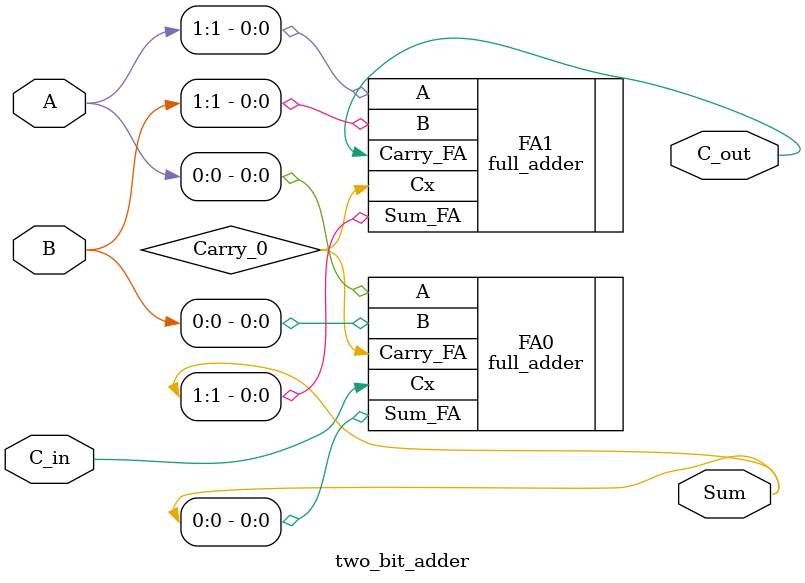
<source format=sv>
module two_bit_adder (
    input logic [1:0] A,      // 2-bit input operand A
    input logic [1:0] B,      // 2-bit input operand B
    input logic C_in,         // Carry-in
    output logic [1:0] Sum,   // 2-bit Sum output
    output logic C_out        // Carry-out
);
    logic Carry_0;            // Intermediate carry between adders

    // Instantiate the first full adder (LSB addition)
    full_adder FA0 (
        .A(A[0]),
        .B(B[0]),
        .Cx(C_in),
        .Sum_FA(Sum[0]),
        .Carry_FA(Carry_0)
    );

    // Instantiate the second full adder (MSB addition)
    full_adder FA1 (
        .A(A[1]),
        .B(B[1]),
        .Cx(Carry_0),
        .Sum_FA(Sum[1]),
        .Carry_FA(C_out)
    );

endmodule: two_bit_adder
</source>
